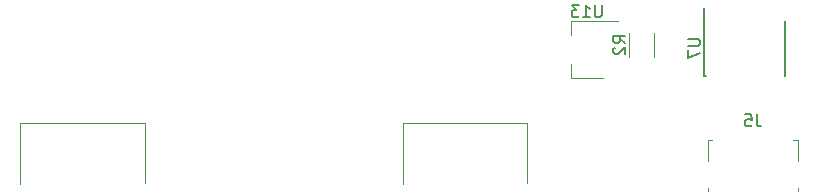
<source format=gbr>
G04 #@! TF.FileFunction,Legend,Bot*
%FSLAX46Y46*%
G04 Gerber Fmt 4.6, Leading zero omitted, Abs format (unit mm)*
G04 Created by KiCad (PCBNEW 4.0.7-e2-6376~58~ubuntu16.04.1) date Tue May 29 14:50:19 2018*
%MOMM*%
%LPD*%
G01*
G04 APERTURE LIST*
%ADD10C,0.100000*%
%ADD11C,0.120000*%
%ADD12C,0.150000*%
G04 APERTURE END LIST*
D10*
D11*
X117305000Y-135185000D02*
X117305000Y-130035000D01*
X117305000Y-130035000D02*
X127855000Y-130035000D01*
X127855000Y-130035000D02*
X127855000Y-135135000D01*
X149690000Y-135185000D02*
X149690000Y-130035000D01*
X149690000Y-130035000D02*
X160240000Y-130035000D01*
X160240000Y-130035000D02*
X160240000Y-135135000D01*
D12*
X175239000Y-126023000D02*
X175339000Y-126023000D01*
X182064000Y-126023000D02*
X182039000Y-126023000D01*
X182064000Y-121373000D02*
X182039000Y-121373000D01*
X175239000Y-120298000D02*
X175239000Y-126023000D01*
X182064000Y-121373000D02*
X182064000Y-126023000D01*
D11*
X170996000Y-124444000D02*
X170996000Y-122444000D01*
X168856000Y-122444000D02*
X168856000Y-124444000D01*
X175514000Y-131456000D02*
X175894000Y-131456000D01*
X175514000Y-135506000D02*
X175514000Y-135766000D01*
X175514000Y-131456000D02*
X175514000Y-133226000D01*
X183134000Y-131456000D02*
X182754000Y-131456000D01*
X183134000Y-133226000D02*
X183134000Y-131456000D01*
X183134000Y-135766000D02*
X183134000Y-135506000D01*
X163955000Y-125025000D02*
X163955000Y-126225000D01*
X163955000Y-126225000D02*
X166655000Y-126225000D01*
X167955000Y-121425000D02*
X163955000Y-121425000D01*
X163955000Y-121425000D02*
X163955000Y-122625000D01*
D12*
X173841381Y-122936095D02*
X174650905Y-122936095D01*
X174746143Y-122983714D01*
X174793762Y-123031333D01*
X174841381Y-123126571D01*
X174841381Y-123317048D01*
X174793762Y-123412286D01*
X174746143Y-123459905D01*
X174650905Y-123507524D01*
X173841381Y-123507524D01*
X173841381Y-123888476D02*
X173841381Y-124555143D01*
X174841381Y-124126571D01*
X168528381Y-123277334D02*
X168052190Y-122944000D01*
X168528381Y-122705905D02*
X167528381Y-122705905D01*
X167528381Y-123086858D01*
X167576000Y-123182096D01*
X167623619Y-123229715D01*
X167718857Y-123277334D01*
X167861714Y-123277334D01*
X167956952Y-123229715D01*
X168004571Y-123182096D01*
X168052190Y-123086858D01*
X168052190Y-122705905D01*
X167623619Y-123658286D02*
X167576000Y-123705905D01*
X167528381Y-123801143D01*
X167528381Y-124039239D01*
X167576000Y-124134477D01*
X167623619Y-124182096D01*
X167718857Y-124229715D01*
X167814095Y-124229715D01*
X167956952Y-124182096D01*
X168528381Y-123610667D01*
X168528381Y-124229715D01*
X179657333Y-129318381D02*
X179657333Y-130032667D01*
X179704953Y-130175524D01*
X179800191Y-130270762D01*
X179943048Y-130318381D01*
X180038286Y-130318381D01*
X178704952Y-129318381D02*
X179181143Y-129318381D01*
X179228762Y-129794571D01*
X179181143Y-129746952D01*
X179085905Y-129699333D01*
X178847809Y-129699333D01*
X178752571Y-129746952D01*
X178704952Y-129794571D01*
X178657333Y-129889810D01*
X178657333Y-130127905D01*
X178704952Y-130223143D01*
X178752571Y-130270762D01*
X178847809Y-130318381D01*
X179085905Y-130318381D01*
X179181143Y-130270762D01*
X179228762Y-130223143D01*
X166523095Y-120077381D02*
X166523095Y-120886905D01*
X166475476Y-120982143D01*
X166427857Y-121029762D01*
X166332619Y-121077381D01*
X166142142Y-121077381D01*
X166046904Y-121029762D01*
X165999285Y-120982143D01*
X165951666Y-120886905D01*
X165951666Y-120077381D01*
X164951666Y-121077381D02*
X165523095Y-121077381D01*
X165237381Y-121077381D02*
X165237381Y-120077381D01*
X165332619Y-120220238D01*
X165427857Y-120315476D01*
X165523095Y-120363095D01*
X164618333Y-120077381D02*
X163999285Y-120077381D01*
X164332619Y-120458333D01*
X164189761Y-120458333D01*
X164094523Y-120505952D01*
X164046904Y-120553571D01*
X163999285Y-120648810D01*
X163999285Y-120886905D01*
X164046904Y-120982143D01*
X164094523Y-121029762D01*
X164189761Y-121077381D01*
X164475476Y-121077381D01*
X164570714Y-121029762D01*
X164618333Y-120982143D01*
M02*

</source>
